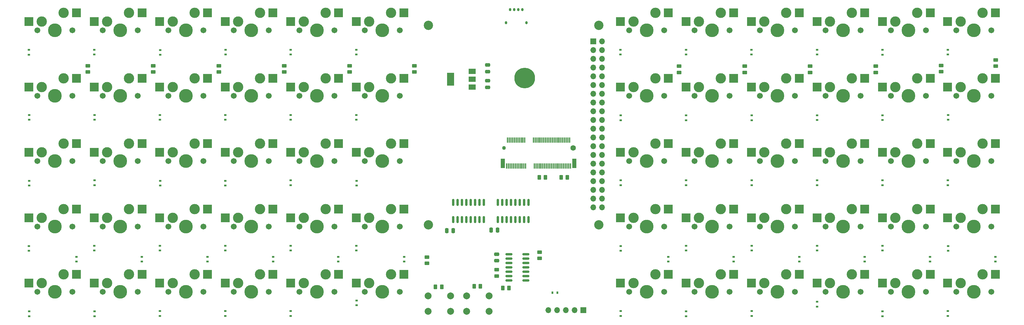
<source format=gbr>
%TF.GenerationSoftware,KiCad,Pcbnew,(6.0.10)*%
%TF.CreationDate,2023-07-30T09:02:48-04:00*%
%TF.ProjectId,storyboard,73746f72-7962-46f6-9172-642e6b696361,rev?*%
%TF.SameCoordinates,Original*%
%TF.FileFunction,Soldermask,Bot*%
%TF.FilePolarity,Negative*%
%FSLAX46Y46*%
G04 Gerber Fmt 4.6, Leading zero omitted, Abs format (unit mm)*
G04 Created by KiCad (PCBNEW (6.0.10)) date 2023-07-30 09:02:48*
%MOMM*%
%LPD*%
G01*
G04 APERTURE LIST*
G04 Aperture macros list*
%AMRoundRect*
0 Rectangle with rounded corners*
0 $1 Rounding radius*
0 $2 $3 $4 $5 $6 $7 $8 $9 X,Y pos of 4 corners*
0 Add a 4 corners polygon primitive as box body*
4,1,4,$2,$3,$4,$5,$6,$7,$8,$9,$2,$3,0*
0 Add four circle primitives for the rounded corners*
1,1,$1+$1,$2,$3*
1,1,$1+$1,$4,$5*
1,1,$1+$1,$6,$7*
1,1,$1+$1,$8,$9*
0 Add four rect primitives between the rounded corners*
20,1,$1+$1,$2,$3,$4,$5,0*
20,1,$1+$1,$4,$5,$6,$7,0*
20,1,$1+$1,$6,$7,$8,$9,0*
20,1,$1+$1,$8,$9,$2,$3,0*%
G04 Aperture macros list end*
%ADD10C,6.000000*%
%ADD11C,1.597660*%
%ADD12C,1.099820*%
%ADD13R,0.299720X1.549400*%
%ADD14R,1.198880X2.748280*%
%ADD15RoundRect,0.150000X0.150000X0.275000X-0.150000X0.275000X-0.150000X-0.275000X0.150000X-0.275000X0*%
%ADD16RoundRect,0.175000X0.175000X0.225000X-0.175000X0.225000X-0.175000X-0.225000X0.175000X-0.225000X0*%
%ADD17RoundRect,0.150000X-0.150000X0.825000X-0.150000X-0.825000X0.150000X-0.825000X0.150000X0.825000X0*%
%ADD18RoundRect,0.250000X-0.450000X0.262500X-0.450000X-0.262500X0.450000X-0.262500X0.450000X0.262500X0*%
%ADD19RoundRect,0.250000X0.475000X-0.250000X0.475000X0.250000X-0.475000X0.250000X-0.475000X-0.250000X0*%
%ADD20RoundRect,0.250000X0.250000X0.475000X-0.250000X0.475000X-0.250000X-0.475000X0.250000X-0.475000X0*%
%ADD21C,2.000000*%
%ADD22RoundRect,0.250000X-0.262500X-0.450000X0.262500X-0.450000X0.262500X0.450000X-0.262500X0.450000X0*%
%ADD23C,1.701800*%
%ADD24C,3.000000*%
%ADD25C,3.987800*%
%ADD26R,2.550000X2.500000*%
%ADD27RoundRect,0.250000X0.450000X-0.262500X0.450000X0.262500X-0.450000X0.262500X-0.450000X-0.262500X0*%
%ADD28R,0.600000X0.700000*%
%ADD29R,1.700000X1.700000*%
%ADD30O,1.700000X1.700000*%
%ADD31C,2.700000*%
%ADD32R,2.000000X1.500000*%
%ADD33R,2.000000X3.800000*%
%ADD34R,0.700000X0.600000*%
%ADD35RoundRect,0.150000X0.825000X0.150000X-0.825000X0.150000X-0.825000X-0.150000X0.825000X-0.150000X0*%
%ADD36RoundRect,0.250000X0.262500X0.450000X-0.262500X0.450000X-0.262500X-0.450000X0.262500X-0.450000X0*%
G04 APERTURE END LIST*
D10*
%TO.C,J5*%
X207002040Y-65686864D03*
%TD*%
D11*
%TO.C,J3*%
X220999980Y-85945195D03*
D12*
X201000020Y-85945195D03*
D13*
X201751860Y-91218235D03*
X202000780Y-83671895D03*
X202252240Y-91218235D03*
X202501160Y-83671895D03*
X202750080Y-91218235D03*
X203001540Y-83671895D03*
X203250460Y-91218235D03*
X203501920Y-83671895D03*
X203750840Y-91218235D03*
X204002300Y-83671895D03*
X204251220Y-91218235D03*
X204500140Y-83671895D03*
X204751600Y-91218235D03*
X205000520Y-83671895D03*
X205251980Y-91218235D03*
X205500900Y-83671895D03*
X205752360Y-91218235D03*
X206001280Y-83671895D03*
X206250200Y-91218235D03*
X206501660Y-83671895D03*
X206750580Y-91218235D03*
X207002040Y-83671895D03*
X207250960Y-91218235D03*
X209501400Y-83671895D03*
X209750320Y-91218235D03*
X210001780Y-83671895D03*
X210250700Y-91218235D03*
X210502160Y-83671895D03*
X210751080Y-91218235D03*
X211000000Y-83671895D03*
X211248920Y-91218235D03*
X211497840Y-83671895D03*
X211749300Y-91218235D03*
X211998220Y-83671895D03*
X212249680Y-91218235D03*
X212498600Y-83671895D03*
X212747520Y-91218235D03*
X212998980Y-83671895D03*
X213247900Y-91218235D03*
X213499360Y-83671895D03*
X213748280Y-91218235D03*
X213999740Y-83671895D03*
X214248660Y-91218235D03*
X214497580Y-83671895D03*
X214749040Y-91218235D03*
X214997960Y-83671895D03*
X215249420Y-91218235D03*
X215498340Y-83671895D03*
X215749800Y-91218235D03*
X215998720Y-83671895D03*
X216247640Y-91218235D03*
X216499100Y-83671895D03*
X216748020Y-91218235D03*
X216999480Y-83671895D03*
X217248400Y-91218235D03*
X217499860Y-83671895D03*
X217748780Y-91218235D03*
X217997700Y-83671895D03*
X218249160Y-91218235D03*
X218498080Y-83671895D03*
X218749540Y-91218235D03*
X218998460Y-83671895D03*
X219249920Y-91218235D03*
X219498840Y-83671895D03*
X219747760Y-91218235D03*
X219999220Y-83671895D03*
X220248140Y-91218235D03*
D14*
X200652040Y-90443535D03*
X221347960Y-90443535D03*
%TD*%
D15*
%TO.C,J2*%
X206300000Y-45797893D03*
X205100000Y-45797893D03*
X203900000Y-45797893D03*
X202700000Y-45797893D03*
D16*
X201550000Y-49572893D03*
X207450000Y-49572893D03*
%TD*%
D17*
%TO.C,U3*%
X199155000Y-106775000D03*
X200425000Y-106775000D03*
X201695000Y-106775000D03*
X202965000Y-106775000D03*
X204235000Y-106775000D03*
X205505000Y-106775000D03*
X206775000Y-106775000D03*
X208045000Y-106775000D03*
X208045000Y-101825000D03*
X206775000Y-101825000D03*
X205505000Y-101825000D03*
X204235000Y-101825000D03*
X202965000Y-101825000D03*
X201695000Y-101825000D03*
X200425000Y-101825000D03*
X199155000Y-101825000D03*
%TD*%
%TO.C,U2*%
X186255000Y-101825000D03*
X187525000Y-101825000D03*
X188795000Y-101825000D03*
X190065000Y-101825000D03*
X191335000Y-101825000D03*
X192605000Y-101825000D03*
X193875000Y-101825000D03*
X195145000Y-101825000D03*
X195145000Y-106775000D03*
X193875000Y-106775000D03*
X192605000Y-106775000D03*
X191335000Y-106775000D03*
X190065000Y-106775000D03*
X188795000Y-106775000D03*
X187525000Y-106775000D03*
X186255000Y-106775000D03*
%TD*%
D18*
%TO.C,R17*%
X211300000Y-116277500D03*
X211300000Y-118102500D03*
%TD*%
D19*
%TO.C,C1*%
X198875000Y-118740000D03*
X198875000Y-116840000D03*
%TD*%
D20*
%TO.C,C2*%
X184349820Y-109993151D03*
X186249820Y-109993151D03*
%TD*%
%TO.C,C3*%
X197231646Y-109864912D03*
X199131646Y-109864912D03*
%TD*%
D21*
%TO.C,SW62*%
X196650000Y-128950000D03*
X190150000Y-128950000D03*
X196650000Y-133450000D03*
X190150000Y-133450000D03*
%TD*%
%TO.C,SW61*%
X185450000Y-128950000D03*
X178950000Y-128950000D03*
X185450000Y-133450000D03*
X178950000Y-133450000D03*
%TD*%
D22*
%TO.C,R16*%
X181087500Y-126400000D03*
X182912500Y-126400000D03*
%TD*%
D23*
%TO.C,SW51*%
X323410000Y-51800000D03*
D24*
X314520000Y-49260000D03*
D23*
X313250000Y-51800000D03*
D25*
X318330000Y-51800000D03*
D24*
X320870000Y-46720000D03*
D26*
X324620000Y-46720000D03*
X310770000Y-49260000D03*
%TD*%
D23*
%TO.C,SW16*%
X132730000Y-51800000D03*
D24*
X123840000Y-49260000D03*
D23*
X122570000Y-51800000D03*
D25*
X127650000Y-51800000D03*
D24*
X130190000Y-46720000D03*
D26*
X133940000Y-46720000D03*
X120090000Y-49260000D03*
%TD*%
D23*
%TO.C,SW9*%
X94730000Y-108800000D03*
D24*
X85840000Y-106260000D03*
D23*
X84570000Y-108800000D03*
D25*
X89650000Y-108800000D03*
D24*
X92190000Y-103720000D03*
D26*
X95940000Y-103720000D03*
X82090000Y-106260000D03*
%TD*%
D23*
%TO.C,SW35*%
X247410000Y-127800000D03*
D24*
X238520000Y-125260000D03*
D23*
X237250000Y-127800000D03*
D25*
X242330000Y-127800000D03*
D24*
X244870000Y-122720000D03*
D26*
X248620000Y-122720000D03*
X234770000Y-125260000D03*
%TD*%
D27*
%TO.C,R14*%
X178600000Y-119512500D03*
X178600000Y-117687500D03*
%TD*%
D23*
%TO.C,SW28*%
X170730000Y-89800000D03*
D24*
X161840000Y-87260000D03*
D23*
X160570000Y-89800000D03*
D25*
X165650000Y-89800000D03*
D24*
X168190000Y-84720000D03*
D26*
X171940000Y-84720000D03*
X158090000Y-87260000D03*
%TD*%
D23*
%TO.C,SW19*%
X132730000Y-108800000D03*
D24*
X123840000Y-106260000D03*
D23*
X122570000Y-108800000D03*
D25*
X127650000Y-108800000D03*
D24*
X130190000Y-103720000D03*
D26*
X133940000Y-103720000D03*
X120090000Y-106260000D03*
%TD*%
D23*
%TO.C,SW38*%
X266410000Y-89800000D03*
D24*
X257520000Y-87260000D03*
D23*
X256250000Y-89800000D03*
D25*
X261330000Y-89800000D03*
D24*
X263870000Y-84720000D03*
D26*
X267620000Y-84720000D03*
X253770000Y-87260000D03*
%TD*%
D23*
%TO.C,SW11*%
X113730000Y-51800000D03*
D24*
X104840000Y-49260000D03*
D23*
X103570000Y-51800000D03*
D25*
X108650000Y-51800000D03*
D24*
X111190000Y-46720000D03*
D26*
X114940000Y-46720000D03*
X101090000Y-49260000D03*
%TD*%
D23*
%TO.C,SW15*%
X113730000Y-127800000D03*
D24*
X104840000Y-125260000D03*
D23*
X103570000Y-127800000D03*
D25*
X108650000Y-127800000D03*
D24*
X111190000Y-122720000D03*
D26*
X114940000Y-122720000D03*
X101090000Y-125260000D03*
%TD*%
D23*
%TO.C,SW47*%
X304410000Y-70800000D03*
D24*
X295520000Y-68260000D03*
D23*
X294250000Y-70800000D03*
D25*
X299330000Y-70800000D03*
D24*
X301870000Y-65720000D03*
D26*
X305620000Y-65720000D03*
X291770000Y-68260000D03*
%TD*%
D23*
%TO.C,SW17*%
X132730000Y-70800000D03*
D24*
X123840000Y-68260000D03*
D23*
X122570000Y-70800000D03*
D25*
X127650000Y-70800000D03*
D24*
X130190000Y-65720000D03*
D26*
X133940000Y-65720000D03*
X120090000Y-68260000D03*
%TD*%
D22*
%TO.C,R20*%
X217527500Y-94488000D03*
X219352500Y-94488000D03*
%TD*%
D23*
%TO.C,SW23*%
X151730000Y-89800000D03*
D24*
X142840000Y-87260000D03*
D23*
X141570000Y-89800000D03*
D25*
X146650000Y-89800000D03*
D24*
X149190000Y-84720000D03*
D26*
X152940000Y-84720000D03*
X139090000Y-87260000D03*
%TD*%
D23*
%TO.C,SW41*%
X285410000Y-51800000D03*
D24*
X276520000Y-49260000D03*
D23*
X275250000Y-51800000D03*
D25*
X280330000Y-51800000D03*
D24*
X282870000Y-46720000D03*
D26*
X286620000Y-46720000D03*
X272770000Y-49260000D03*
%TD*%
D23*
%TO.C,SW13*%
X113730000Y-89800000D03*
D24*
X104840000Y-87260000D03*
D23*
X103570000Y-89800000D03*
D25*
X108650000Y-89800000D03*
D24*
X111190000Y-84720000D03*
D26*
X114940000Y-84720000D03*
X101090000Y-87260000D03*
%TD*%
D23*
%TO.C,SW44*%
X285410000Y-108800000D03*
D24*
X276520000Y-106260000D03*
D23*
X275250000Y-108800000D03*
D25*
X280330000Y-108800000D03*
D24*
X282870000Y-103720000D03*
D26*
X286620000Y-103720000D03*
X272770000Y-106260000D03*
%TD*%
D23*
%TO.C,SW45*%
X285410000Y-127800000D03*
D24*
X276520000Y-125260000D03*
D23*
X275250000Y-127800000D03*
D25*
X280330000Y-127800000D03*
D24*
X282870000Y-122720000D03*
D26*
X286620000Y-122720000D03*
X272770000Y-125260000D03*
%TD*%
D23*
%TO.C,SW56*%
X342330000Y-51800000D03*
D24*
X333440000Y-49260000D03*
D23*
X332170000Y-51800000D03*
D25*
X337250000Y-51800000D03*
D24*
X339790000Y-46720000D03*
D26*
X343540000Y-46720000D03*
X329690000Y-49260000D03*
%TD*%
D23*
%TO.C,SW8*%
X94730000Y-89800000D03*
D24*
X85840000Y-87260000D03*
D23*
X84570000Y-89800000D03*
D25*
X89650000Y-89800000D03*
D24*
X92190000Y-84720000D03*
D26*
X95940000Y-84720000D03*
X82090000Y-87260000D03*
%TD*%
D23*
%TO.C,SW59*%
X342330000Y-108800000D03*
D24*
X333440000Y-106260000D03*
D23*
X332170000Y-108800000D03*
D25*
X337250000Y-108800000D03*
D24*
X339790000Y-103720000D03*
D26*
X343540000Y-103720000D03*
X329690000Y-106260000D03*
%TD*%
D23*
%TO.C,SW34*%
X247410000Y-108800000D03*
D24*
X238520000Y-106260000D03*
D23*
X237250000Y-108800000D03*
D25*
X242330000Y-108800000D03*
D24*
X244870000Y-103720000D03*
D26*
X248620000Y-103720000D03*
X234770000Y-106260000D03*
%TD*%
D23*
%TO.C,SW26*%
X170730000Y-51800000D03*
D24*
X161840000Y-49260000D03*
D23*
X160570000Y-51800000D03*
D25*
X165650000Y-51800000D03*
D24*
X168190000Y-46720000D03*
D26*
X171940000Y-46720000D03*
X158090000Y-49260000D03*
%TD*%
D22*
%TO.C,R18*%
X211177500Y-94488000D03*
X213002500Y-94488000D03*
%TD*%
D23*
%TO.C,SW36*%
X266410000Y-51800000D03*
D24*
X257520000Y-49260000D03*
D23*
X256250000Y-51800000D03*
D25*
X261330000Y-51800000D03*
D24*
X263870000Y-46720000D03*
D26*
X267620000Y-46720000D03*
X253770000Y-49260000D03*
%TD*%
D23*
%TO.C,SW25*%
X151730000Y-127800000D03*
D24*
X142840000Y-125260000D03*
D23*
X141570000Y-127800000D03*
D25*
X146650000Y-127800000D03*
D24*
X149190000Y-122720000D03*
D26*
X152940000Y-122720000D03*
X139090000Y-125260000D03*
%TD*%
D23*
%TO.C,SW50*%
X304410000Y-127800000D03*
D24*
X295520000Y-125260000D03*
D23*
X294250000Y-127800000D03*
D25*
X299330000Y-127800000D03*
D24*
X301870000Y-122720000D03*
D26*
X305620000Y-122720000D03*
X291770000Y-125260000D03*
%TD*%
D23*
%TO.C,SW54*%
X323410000Y-108800000D03*
D24*
X314520000Y-106260000D03*
D23*
X313250000Y-108800000D03*
D25*
X318330000Y-108800000D03*
D24*
X320870000Y-103720000D03*
D26*
X324620000Y-103720000D03*
X310770000Y-106260000D03*
%TD*%
D23*
%TO.C,SW53*%
X323410000Y-89800000D03*
D24*
X314520000Y-87260000D03*
D23*
X313250000Y-89800000D03*
D25*
X318330000Y-89800000D03*
D24*
X320870000Y-84720000D03*
D26*
X324620000Y-84720000D03*
X310770000Y-87260000D03*
%TD*%
D23*
%TO.C,SW37*%
X266410000Y-70800000D03*
D24*
X257520000Y-68260000D03*
D23*
X256250000Y-70800000D03*
D25*
X261330000Y-70800000D03*
D24*
X263870000Y-65720000D03*
D26*
X267620000Y-65720000D03*
X253770000Y-68260000D03*
%TD*%
D23*
%TO.C,SW18*%
X132730000Y-89800000D03*
D24*
X123840000Y-87260000D03*
D23*
X122570000Y-89800000D03*
D25*
X127650000Y-89800000D03*
D24*
X130190000Y-84720000D03*
D26*
X133940000Y-84720000D03*
X120090000Y-87260000D03*
%TD*%
D23*
%TO.C,SW4*%
X75730000Y-108800000D03*
D24*
X66840000Y-106260000D03*
D23*
X65570000Y-108800000D03*
D25*
X70650000Y-108800000D03*
D24*
X73190000Y-103720000D03*
D26*
X76940000Y-103720000D03*
X63090000Y-106260000D03*
%TD*%
D28*
%TO.C,D73*%
X215054000Y-128016000D03*
X216454000Y-128016000D03*
%TD*%
D23*
%TO.C,SW46*%
X304410000Y-51800000D03*
D24*
X295520000Y-49260000D03*
D23*
X294250000Y-51800000D03*
D25*
X299330000Y-51800000D03*
D24*
X301870000Y-46720000D03*
D26*
X305620000Y-46720000D03*
X291770000Y-49260000D03*
%TD*%
D23*
%TO.C,SW33*%
X247410000Y-89800000D03*
D24*
X238520000Y-87260000D03*
D23*
X237250000Y-89800000D03*
D25*
X242330000Y-89800000D03*
D24*
X244870000Y-84720000D03*
D26*
X248620000Y-84720000D03*
X234770000Y-87260000D03*
%TD*%
D23*
%TO.C,SW14*%
X113730000Y-108800000D03*
D24*
X104840000Y-106260000D03*
D23*
X103570000Y-108800000D03*
D25*
X108650000Y-108800000D03*
D24*
X111190000Y-103720000D03*
D26*
X114940000Y-103720000D03*
X101090000Y-106260000D03*
%TD*%
D23*
%TO.C,SW52*%
X323410000Y-70800000D03*
D24*
X314520000Y-68260000D03*
D23*
X313250000Y-70800000D03*
D25*
X318330000Y-70800000D03*
D24*
X320870000Y-65720000D03*
D26*
X324620000Y-65720000D03*
X310770000Y-68260000D03*
%TD*%
D23*
%TO.C,SW3*%
X75730000Y-89800000D03*
D24*
X66840000Y-87260000D03*
D23*
X65570000Y-89800000D03*
D25*
X70650000Y-89800000D03*
D24*
X73190000Y-84720000D03*
D26*
X76940000Y-84720000D03*
X63090000Y-87260000D03*
%TD*%
D23*
%TO.C,SW58*%
X342330000Y-89800000D03*
D24*
X333440000Y-87260000D03*
D23*
X332170000Y-89800000D03*
D25*
X337250000Y-89800000D03*
D24*
X339790000Y-84720000D03*
D26*
X343540000Y-84720000D03*
X329690000Y-87260000D03*
%TD*%
D23*
%TO.C,SW40*%
X266410000Y-127800000D03*
D24*
X257520000Y-125260000D03*
D23*
X256250000Y-127800000D03*
D25*
X261330000Y-127800000D03*
D24*
X263870000Y-122720000D03*
D26*
X267620000Y-122720000D03*
X253770000Y-125260000D03*
%TD*%
D23*
%TO.C,SW43*%
X285410000Y-89800000D03*
D24*
X276520000Y-87260000D03*
D23*
X275250000Y-89800000D03*
D25*
X280330000Y-89800000D03*
D24*
X282870000Y-84720000D03*
D26*
X286620000Y-84720000D03*
X272770000Y-87260000D03*
%TD*%
D23*
%TO.C,SW55*%
X323410000Y-127800000D03*
D24*
X314520000Y-125260000D03*
D23*
X313250000Y-127800000D03*
D25*
X318330000Y-127800000D03*
D24*
X320870000Y-122720000D03*
D26*
X324620000Y-122720000D03*
X310770000Y-125260000D03*
%TD*%
D23*
%TO.C,SW12*%
X113730000Y-70800000D03*
D24*
X104840000Y-68260000D03*
D23*
X103570000Y-70800000D03*
D25*
X108650000Y-70800000D03*
D24*
X111190000Y-65720000D03*
D26*
X114940000Y-65720000D03*
X101090000Y-68260000D03*
%TD*%
D22*
%TO.C,R15*%
X192287500Y-126200000D03*
X194112500Y-126200000D03*
%TD*%
D23*
%TO.C,SW6*%
X94730000Y-51800000D03*
D24*
X85840000Y-49260000D03*
D23*
X84570000Y-51800000D03*
D25*
X89650000Y-51800000D03*
D24*
X92190000Y-46720000D03*
D26*
X95940000Y-46720000D03*
X82090000Y-49260000D03*
%TD*%
D23*
%TO.C,SW21*%
X151730000Y-51800000D03*
D24*
X142840000Y-49260000D03*
D23*
X141570000Y-51800000D03*
D25*
X146650000Y-51800000D03*
D24*
X149190000Y-46720000D03*
D26*
X152940000Y-46720000D03*
X139090000Y-49260000D03*
%TD*%
D23*
%TO.C,SW48*%
X304410000Y-89800000D03*
D24*
X295520000Y-87260000D03*
D23*
X294250000Y-89800000D03*
D25*
X299330000Y-89800000D03*
D24*
X301870000Y-84720000D03*
D26*
X305620000Y-84720000D03*
X291770000Y-87260000D03*
%TD*%
D29*
%TO.C,J1*%
X224023000Y-133096000D03*
D30*
X221483000Y-133096000D03*
X218943000Y-133096000D03*
X216403000Y-133096000D03*
X213863000Y-133096000D03*
%TD*%
D23*
%TO.C,SW32*%
X247410000Y-70800000D03*
D24*
X238520000Y-68260000D03*
D23*
X237250000Y-70800000D03*
D25*
X242330000Y-70800000D03*
D24*
X244870000Y-65720000D03*
D26*
X248620000Y-65720000D03*
X234770000Y-68260000D03*
%TD*%
D23*
%TO.C,SW5*%
X75730000Y-127800000D03*
D24*
X66840000Y-125260000D03*
D23*
X65570000Y-127800000D03*
D25*
X70650000Y-127800000D03*
D24*
X73190000Y-122720000D03*
D26*
X76940000Y-122720000D03*
X63090000Y-125260000D03*
%TD*%
D23*
%TO.C,SW39*%
X266410000Y-108800000D03*
D24*
X257520000Y-106260000D03*
D23*
X256250000Y-108800000D03*
D25*
X261330000Y-108800000D03*
D24*
X263870000Y-103720000D03*
D26*
X267620000Y-103720000D03*
X253770000Y-106260000D03*
%TD*%
D23*
%TO.C,SW49*%
X304410000Y-108800000D03*
D24*
X295520000Y-106260000D03*
D23*
X294250000Y-108800000D03*
D25*
X299330000Y-108800000D03*
D24*
X301870000Y-103720000D03*
D26*
X305620000Y-103720000D03*
X291770000Y-106260000D03*
%TD*%
D23*
%TO.C,SW20*%
X132730000Y-127800000D03*
D24*
X123840000Y-125260000D03*
D23*
X122570000Y-127800000D03*
D25*
X127650000Y-127800000D03*
D24*
X130190000Y-122720000D03*
D26*
X133940000Y-122720000D03*
X120090000Y-125260000D03*
%TD*%
D23*
%TO.C,SW7*%
X94730000Y-70800000D03*
D24*
X85840000Y-68260000D03*
D23*
X84570000Y-70800000D03*
D25*
X89650000Y-70800000D03*
D24*
X92190000Y-65720000D03*
D26*
X95940000Y-65720000D03*
X82090000Y-68260000D03*
%TD*%
D23*
%TO.C,SW29*%
X170730000Y-108800000D03*
D24*
X161840000Y-106260000D03*
D23*
X160570000Y-108800000D03*
D25*
X165650000Y-108800000D03*
D24*
X168190000Y-103720000D03*
D26*
X171940000Y-103720000D03*
X158090000Y-106260000D03*
%TD*%
D23*
%TO.C,SW57*%
X342330000Y-70800000D03*
D24*
X333440000Y-68260000D03*
D23*
X332170000Y-70800000D03*
D25*
X337250000Y-70800000D03*
D24*
X339790000Y-65720000D03*
D26*
X343540000Y-65720000D03*
X329690000Y-68260000D03*
%TD*%
D23*
%TO.C,SW10*%
X94730000Y-127800000D03*
D24*
X85840000Y-125260000D03*
D23*
X84570000Y-127800000D03*
D25*
X89650000Y-127800000D03*
D24*
X92190000Y-122720000D03*
D26*
X95940000Y-122720000D03*
X82090000Y-125260000D03*
%TD*%
D23*
%TO.C,SW42*%
X285410000Y-70800000D03*
D24*
X276520000Y-68260000D03*
D23*
X275250000Y-70800000D03*
D25*
X280330000Y-70800000D03*
D24*
X282870000Y-65720000D03*
D26*
X286620000Y-65720000D03*
X272770000Y-68260000D03*
%TD*%
D23*
%TO.C,SW27*%
X170730000Y-70800000D03*
D24*
X161840000Y-68260000D03*
D23*
X160570000Y-70800000D03*
D25*
X165650000Y-70800000D03*
D24*
X168190000Y-65720000D03*
D26*
X171940000Y-65720000D03*
X158090000Y-68260000D03*
%TD*%
D23*
%TO.C,SW24*%
X151730000Y-108800000D03*
D24*
X142840000Y-106260000D03*
D23*
X141570000Y-108800000D03*
D25*
X146650000Y-108800000D03*
D24*
X149190000Y-103720000D03*
D26*
X152940000Y-103720000D03*
X139090000Y-106260000D03*
%TD*%
D23*
%TO.C,SW60*%
X342330000Y-127800000D03*
D24*
X333440000Y-125260000D03*
D23*
X332170000Y-127800000D03*
D25*
X337250000Y-127800000D03*
D24*
X339790000Y-122720000D03*
D26*
X343540000Y-122720000D03*
X329690000Y-125260000D03*
%TD*%
D23*
%TO.C,SW30*%
X170730000Y-127800000D03*
D24*
X161840000Y-125260000D03*
D23*
X160570000Y-127800000D03*
D25*
X165650000Y-127800000D03*
D24*
X168190000Y-122720000D03*
D26*
X171940000Y-122720000D03*
X158090000Y-125260000D03*
%TD*%
D31*
%TO.C,J4*%
X228500000Y-50300000D03*
X179000000Y-108300000D03*
X228500000Y-108300000D03*
X179000000Y-50300000D03*
D29*
X226868000Y-54988000D03*
D30*
X229408000Y-54988000D03*
X226868000Y-57528000D03*
X229408000Y-57528000D03*
X226868000Y-60068000D03*
X229408000Y-60068000D03*
X226868000Y-62608000D03*
X229408000Y-62608000D03*
X226868000Y-65148000D03*
X229408000Y-65148000D03*
X226868000Y-67688000D03*
X229408000Y-67688000D03*
X226868000Y-70228000D03*
X229408000Y-70228000D03*
X226868000Y-72768000D03*
X229408000Y-72768000D03*
X226868000Y-75308000D03*
X229408000Y-75308000D03*
X226868000Y-77848000D03*
X229408000Y-77848000D03*
X226868000Y-80388000D03*
X229408000Y-80388000D03*
X226868000Y-82928000D03*
X229408000Y-82928000D03*
X226868000Y-85468000D03*
X229408000Y-85468000D03*
X226868000Y-88008000D03*
X229408000Y-88008000D03*
X226868000Y-90548000D03*
X229408000Y-90548000D03*
X226868000Y-93088000D03*
X229408000Y-93088000D03*
X226868000Y-95628000D03*
X229408000Y-95628000D03*
X226868000Y-98168000D03*
X229408000Y-98168000D03*
X226868000Y-100708000D03*
X229408000Y-100708000D03*
X226868000Y-103248000D03*
X229408000Y-103248000D03*
%TD*%
D23*
%TO.C,SW31*%
X247410000Y-51800000D03*
D24*
X238520000Y-49260000D03*
D23*
X237250000Y-51800000D03*
D25*
X242330000Y-51800000D03*
D24*
X244870000Y-46720000D03*
D26*
X248620000Y-46720000D03*
X234770000Y-49260000D03*
%TD*%
D23*
%TO.C,SW1*%
X75730000Y-51800000D03*
D24*
X66840000Y-49260000D03*
D23*
X65570000Y-51800000D03*
D25*
X70650000Y-51800000D03*
D24*
X73190000Y-46720000D03*
D26*
X76940000Y-46720000D03*
X63090000Y-49260000D03*
%TD*%
D23*
%TO.C,SW22*%
X151730000Y-70800000D03*
D24*
X142840000Y-68260000D03*
D23*
X141570000Y-70800000D03*
D25*
X146650000Y-70800000D03*
D24*
X149190000Y-65720000D03*
D26*
X152940000Y-65720000D03*
X139090000Y-68260000D03*
%TD*%
D23*
%TO.C,SW2*%
X75730000Y-70800000D03*
D24*
X66840000Y-68260000D03*
D23*
X65570000Y-70800000D03*
D25*
X70650000Y-70800000D03*
D24*
X73190000Y-65720000D03*
D26*
X76940000Y-65720000D03*
X63090000Y-68260000D03*
%TD*%
D32*
%TO.C,U4*%
X191750000Y-63700000D03*
D33*
X185450000Y-66000000D03*
D32*
X191750000Y-66000000D03*
X191750000Y-68300000D03*
%TD*%
D18*
%TO.C,R11*%
X308800000Y-62187500D03*
X308800000Y-64012500D03*
%TD*%
D34*
%TO.C,D8*%
X82100000Y-58800000D03*
X82100000Y-57400000D03*
%TD*%
D18*
%TO.C,R6*%
X156200000Y-62087500D03*
X156200000Y-63912500D03*
%TD*%
D34*
%TO.C,D35*%
X158100000Y-115800000D03*
X158100000Y-114400000D03*
%TD*%
%TO.C,D56*%
X291800000Y-58800000D03*
X291800000Y-57400000D03*
%TD*%
%TO.C,D21*%
X120100000Y-96900000D03*
X120100000Y-95500000D03*
%TD*%
%TO.C,D9*%
X82200000Y-77800000D03*
X82200000Y-76400000D03*
%TD*%
%TO.C,D33*%
X158100000Y-77800000D03*
X158100000Y-76400000D03*
%TD*%
%TO.C,D57*%
X291800000Y-77875000D03*
X291800000Y-76475000D03*
%TD*%
%TO.C,D7*%
X95900000Y-119000000D03*
X95900000Y-117600000D03*
%TD*%
%TO.C,D34*%
X158200000Y-96900000D03*
X158200000Y-95500000D03*
%TD*%
%TO.C,D62*%
X310800000Y-58850000D03*
X310800000Y-57450000D03*
%TD*%
%TO.C,D36*%
X158200000Y-131700000D03*
X158200000Y-130300000D03*
%TD*%
%TO.C,D15*%
X101100000Y-77800000D03*
X101100000Y-76400000D03*
%TD*%
%TO.C,D11*%
X82100000Y-115800000D03*
X82100000Y-114400000D03*
%TD*%
%TO.C,D17*%
X101100000Y-115800000D03*
X101100000Y-114400000D03*
%TD*%
%TO.C,D29*%
X139100000Y-115800000D03*
X139100000Y-114400000D03*
%TD*%
%TO.C,D39*%
X234800000Y-77900000D03*
X234800000Y-76500000D03*
%TD*%
%TO.C,D49*%
X286600000Y-119000000D03*
X286600000Y-117600000D03*
%TD*%
%TO.C,D40*%
X234800000Y-96800000D03*
X234800000Y-95400000D03*
%TD*%
D18*
%TO.C,R12*%
X327800000Y-62000000D03*
X327800000Y-63825000D03*
%TD*%
D34*
%TO.C,D63*%
X310800000Y-77850000D03*
X310800000Y-76450000D03*
%TD*%
%TO.C,D59*%
X291800000Y-115800000D03*
X291800000Y-114400000D03*
%TD*%
%TO.C,D24*%
X120100000Y-77800000D03*
X120100000Y-76400000D03*
%TD*%
%TO.C,D32*%
X158100000Y-58800000D03*
X158100000Y-57400000D03*
%TD*%
%TO.C,D12*%
X82200000Y-134900000D03*
X82200000Y-133500000D03*
%TD*%
%TO.C,D20*%
X120200000Y-58800000D03*
X120200000Y-57400000D03*
%TD*%
%TO.C,D42*%
X234800000Y-134800000D03*
X234800000Y-133400000D03*
%TD*%
%TO.C,D38*%
X234750000Y-58800000D03*
X234750000Y-57400000D03*
%TD*%
D35*
%TO.C,U1*%
X207350000Y-116850000D03*
X207350000Y-118120000D03*
X207350000Y-119390000D03*
X207350000Y-120660000D03*
X207350000Y-121930000D03*
X207350000Y-123200000D03*
X207350000Y-124470000D03*
X202400000Y-124470000D03*
X202400000Y-123200000D03*
X202400000Y-121930000D03*
X202400000Y-120660000D03*
X202400000Y-119390000D03*
X202400000Y-118120000D03*
X202400000Y-116850000D03*
%TD*%
D34*
%TO.C,D46*%
X253800000Y-96800000D03*
X253800000Y-95400000D03*
%TD*%
%TO.C,D4*%
X63200000Y-96900000D03*
X63200000Y-95500000D03*
%TD*%
%TO.C,D45*%
X253800000Y-77900000D03*
X253800000Y-76500000D03*
%TD*%
%TO.C,D47*%
X253800000Y-115800000D03*
X253800000Y-114400000D03*
%TD*%
%TO.C,D28*%
X139100000Y-96800000D03*
X139100000Y-95400000D03*
%TD*%
%TO.C,D54*%
X272800000Y-134800000D03*
X272800000Y-133400000D03*
%TD*%
%TO.C,D61*%
X324600000Y-119000000D03*
X324600000Y-117600000D03*
%TD*%
%TO.C,D50*%
X272750000Y-58800000D03*
X272750000Y-57400000D03*
%TD*%
%TO.C,D58*%
X291800000Y-96800000D03*
X291800000Y-95400000D03*
%TD*%
%TO.C,D22*%
X120100000Y-115800000D03*
X120100000Y-114400000D03*
%TD*%
%TO.C,D66*%
X310800000Y-134900000D03*
X310800000Y-133500000D03*
%TD*%
%TO.C,D13*%
X114900000Y-119000000D03*
X114900000Y-117600000D03*
%TD*%
%TO.C,D68*%
X329700000Y-58800000D03*
X329700000Y-57400000D03*
%TD*%
%TO.C,D72*%
X329700000Y-134800000D03*
X329700000Y-133400000D03*
%TD*%
%TO.C,D41*%
X234800000Y-115900000D03*
X234800000Y-114500000D03*
%TD*%
%TO.C,D44*%
X253800000Y-58800000D03*
X253800000Y-57400000D03*
%TD*%
%TO.C,D69*%
X329800000Y-77800000D03*
X329800000Y-76400000D03*
%TD*%
%TO.C,D70*%
X329700000Y-96800000D03*
X329700000Y-95400000D03*
%TD*%
%TO.C,D65*%
X310800000Y-115800000D03*
X310800000Y-114400000D03*
%TD*%
D18*
%TO.C,R1*%
X198800000Y-121377500D03*
X198800000Y-123202500D03*
%TD*%
D34*
%TO.C,D6*%
X63200000Y-134900000D03*
X63200000Y-133500000D03*
%TD*%
%TO.C,D10*%
X82200000Y-96800000D03*
X82200000Y-95400000D03*
%TD*%
%TO.C,D31*%
X172000000Y-119000000D03*
X172000000Y-117600000D03*
%TD*%
%TO.C,D67*%
X343500000Y-119000000D03*
X343500000Y-117600000D03*
%TD*%
D19*
%TO.C,C4*%
X196200000Y-63750000D03*
X196200000Y-61850000D03*
%TD*%
D36*
%TO.C,R19*%
X202412500Y-126690000D03*
X200587500Y-126690000D03*
%TD*%
D34*
%TO.C,D3*%
X63200000Y-77800000D03*
X63200000Y-76400000D03*
%TD*%
%TO.C,D18*%
X101100000Y-134800000D03*
X101100000Y-133400000D03*
%TD*%
%TO.C,D16*%
X101200000Y-96900000D03*
X101200000Y-95500000D03*
%TD*%
D18*
%TO.C,R8*%
X251800000Y-62187500D03*
X251800000Y-64012500D03*
%TD*%
%TO.C,R13*%
X343600000Y-60387500D03*
X343600000Y-62212500D03*
%TD*%
D19*
%TO.C,C5*%
X196200000Y-68350000D03*
X196200000Y-66450000D03*
%TD*%
D34*
%TO.C,D23*%
X120100000Y-134800000D03*
X120100000Y-133400000D03*
%TD*%
%TO.C,D2*%
X63100000Y-58850000D03*
X63100000Y-57450000D03*
%TD*%
%TO.C,D30*%
X139100000Y-134800000D03*
X139100000Y-133400000D03*
%TD*%
%TO.C,D25*%
X152900000Y-119000000D03*
X152900000Y-117600000D03*
%TD*%
%TO.C,D1*%
X76900000Y-119000000D03*
X76900000Y-117600000D03*
%TD*%
%TO.C,D60*%
X291800000Y-132100000D03*
X291800000Y-130700000D03*
%TD*%
%TO.C,D5*%
X63100000Y-115900000D03*
X63100000Y-114500000D03*
%TD*%
D18*
%TO.C,R5*%
X137200000Y-62087500D03*
X137200000Y-63912500D03*
%TD*%
%TO.C,R7*%
X175000000Y-62087500D03*
X175000000Y-63912500D03*
%TD*%
%TO.C,R10*%
X289800000Y-62187500D03*
X289800000Y-64012500D03*
%TD*%
D34*
%TO.C,D26*%
X139100000Y-58800000D03*
X139100000Y-57400000D03*
%TD*%
%TO.C,D51*%
X272800000Y-77900000D03*
X272800000Y-76500000D03*
%TD*%
D18*
%TO.C,R9*%
X270800000Y-62187500D03*
X270800000Y-64012500D03*
%TD*%
D34*
%TO.C,D27*%
X139100000Y-77800000D03*
X139100000Y-76400000D03*
%TD*%
%TO.C,D55*%
X305600000Y-119000000D03*
X305600000Y-117600000D03*
%TD*%
%TO.C,D71*%
X329800000Y-115900000D03*
X329800000Y-114500000D03*
%TD*%
%TO.C,D52*%
X272800000Y-96800000D03*
X272800000Y-95400000D03*
%TD*%
%TO.C,D64*%
X310800000Y-96800000D03*
X310800000Y-95400000D03*
%TD*%
%TO.C,D37*%
X248600000Y-119000000D03*
X248600000Y-117600000D03*
%TD*%
%TO.C,D43*%
X267600000Y-119000000D03*
X267600000Y-117600000D03*
%TD*%
%TO.C,D53*%
X272800000Y-115800000D03*
X272800000Y-114400000D03*
%TD*%
%TO.C,D14*%
X101200000Y-58900000D03*
X101200000Y-57500000D03*
%TD*%
%TO.C,D48*%
X253800000Y-134900000D03*
X253800000Y-133500000D03*
%TD*%
D18*
%TO.C,R3*%
X99200000Y-62087500D03*
X99200000Y-63912500D03*
%TD*%
%TO.C,R4*%
X118200000Y-62087500D03*
X118200000Y-63912500D03*
%TD*%
D34*
%TO.C,D19*%
X134000000Y-119000000D03*
X134000000Y-117600000D03*
%TD*%
D18*
%TO.C,R2*%
X80200000Y-62087500D03*
X80200000Y-63912500D03*
%TD*%
M02*

</source>
